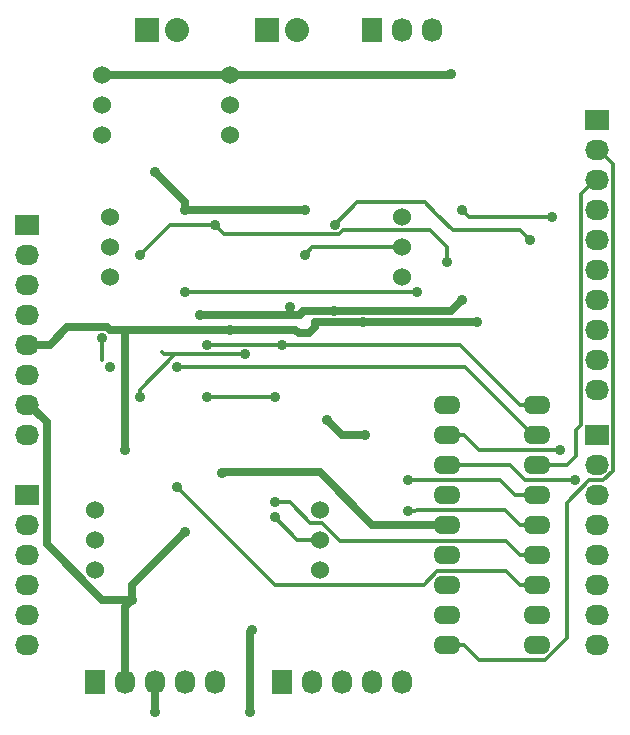
<source format=gbl>
G04 #@! TF.FileFunction,Copper,L2,Bot,Signal*
%FSLAX45Y45*%
G04 Gerber Fmt 4.5, Leading zero omitted, Abs format (unit mm)*
G04 Created by KiCad (PCBNEW (2015-09-03 BZR 6154)-product) date Saturday, September 05, 2015 'PMt' 10:25:32 PM*
%MOMM*%
G01*
G04 APERTURE LIST*
%ADD10C,0.100000*%
%ADD11R,2.032000X1.727200*%
%ADD12O,2.032000X1.727200*%
%ADD13R,1.727200X2.032000*%
%ADD14O,1.727200X2.032000*%
%ADD15C,1.524000*%
%ADD16R,2.032000X2.032000*%
%ADD17O,2.032000X2.032000*%
%ADD18O,2.300000X1.600000*%
%ADD19C,0.889000*%
%ADD20C,0.304800*%
%ADD21C,0.635000*%
G04 APERTURE END LIST*
D10*
D11*
X18796000Y-12319000D03*
D12*
X18796000Y-12573000D03*
X18796000Y-12827000D03*
X18796000Y-13081000D03*
X18796000Y-13335000D03*
X18796000Y-13589000D03*
D11*
X23622000Y-9144000D03*
D12*
X23622000Y-9398000D03*
X23622000Y-9652000D03*
X23622000Y-9906000D03*
X23622000Y-10160000D03*
X23622000Y-10414000D03*
X23622000Y-10668000D03*
X23622000Y-10922000D03*
X23622000Y-11176000D03*
X23622000Y-11430000D03*
D11*
X23622000Y-11811000D03*
D12*
X23622000Y-12065000D03*
X23622000Y-12319000D03*
X23622000Y-12573000D03*
X23622000Y-12827000D03*
X23622000Y-13081000D03*
X23622000Y-13335000D03*
X23622000Y-13589000D03*
D13*
X19367500Y-13906500D03*
D14*
X19621500Y-13906500D03*
X19875500Y-13906500D03*
X20129500Y-13906500D03*
X20383500Y-13906500D03*
D13*
X20955000Y-13906500D03*
D14*
X21209000Y-13906500D03*
X21463000Y-13906500D03*
X21717000Y-13906500D03*
X21971000Y-13906500D03*
D13*
X21717000Y-8382000D03*
D14*
X21971000Y-8382000D03*
X22225000Y-8382000D03*
D11*
X18796000Y-10033000D03*
D12*
X18796000Y-10287000D03*
X18796000Y-10541000D03*
X18796000Y-10795000D03*
X18796000Y-11049000D03*
X18796000Y-11303000D03*
X18796000Y-11557000D03*
X18796000Y-11811000D03*
D15*
X19431000Y-9017000D03*
X19431000Y-9271000D03*
X19431000Y-8763000D03*
X20510500Y-9017000D03*
X20510500Y-9271000D03*
X20510500Y-8763000D03*
X19367500Y-12700000D03*
X19367500Y-12446000D03*
X19367500Y-12954000D03*
X21272500Y-12700000D03*
X21272500Y-12446000D03*
X21272500Y-12954000D03*
X19494500Y-10223500D03*
X19494500Y-9969500D03*
X19494500Y-10477500D03*
X21971000Y-10223500D03*
X21971000Y-9969500D03*
X21971000Y-10477500D03*
D16*
X19812000Y-8382000D03*
D17*
X20066000Y-8382000D03*
D16*
X20828000Y-8382000D03*
D17*
X21082000Y-8382000D03*
D18*
X22352000Y-11557000D03*
X22352000Y-11811000D03*
X22352000Y-12065000D03*
X22352000Y-12319000D03*
X22352000Y-12573000D03*
X22352000Y-12827000D03*
X22352000Y-13081000D03*
X22352000Y-13335000D03*
X22352000Y-13589000D03*
X23114000Y-13589000D03*
X23114000Y-13335000D03*
X23114000Y-13081000D03*
X23114000Y-12827000D03*
X23114000Y-12573000D03*
X23114000Y-12319000D03*
X23114000Y-12065000D03*
X23114000Y-11811000D03*
X23114000Y-11557000D03*
D19*
X22018308Y-12192000D03*
X23431500Y-12192000D03*
X23304500Y-11938000D03*
X21018500Y-10731500D03*
X21393115Y-10762298D03*
X20447000Y-12134500D03*
X22479000Y-9907890D03*
X23241000Y-9969500D03*
X22479000Y-10668000D03*
X20256500Y-10795000D03*
X20129500Y-12636500D03*
X19685000Y-13208000D03*
X22018308Y-12459505D03*
X20701000Y-13462000D03*
X20683290Y-14160500D03*
X21642535Y-10858500D03*
X21336000Y-11684000D03*
X21653500Y-11811000D03*
X19621500Y-11938000D03*
X19875500Y-9588500D03*
X20510500Y-10922000D03*
X22606000Y-10858500D03*
X22382798Y-8756615D03*
X20129500Y-9908450D03*
X21145500Y-9906000D03*
X19875500Y-14160500D03*
X22098000Y-10604500D03*
X20129500Y-10604500D03*
X20637500Y-11128692D03*
X19748500Y-11493500D03*
X19428803Y-10996070D03*
X19494500Y-11239500D03*
X20891500Y-11493500D03*
X20320000Y-11493500D03*
X20069099Y-12255500D03*
X20891500Y-12382500D03*
X22352000Y-10350501D03*
X19748500Y-10287000D03*
X20383500Y-10033000D03*
X21399500Y-10032997D03*
X23050500Y-10160000D03*
X20066000Y-11239500D03*
X20320000Y-11049000D03*
X20955000Y-11049000D03*
X20891500Y-12509500D03*
X21145500Y-10287000D03*
D20*
X23114000Y-12319000D02*
X22924230Y-12319000D01*
X22924230Y-12319000D02*
X22797230Y-12192000D01*
X22797230Y-12192000D02*
X22081170Y-12192000D01*
X22081170Y-12192000D02*
X22018308Y-12192000D01*
X23368638Y-12192000D02*
X23431500Y-12192000D01*
X22352000Y-12065000D02*
X22883172Y-12065000D01*
X23010172Y-12192000D02*
X23368638Y-12192000D01*
X22883172Y-12065000D02*
X23010172Y-12192000D01*
X23368000Y-13532975D02*
X23368000Y-12385790D01*
X23368000Y-12385790D02*
X23556391Y-12197399D01*
X23556391Y-12197399D02*
X23676811Y-12197399D01*
X23676811Y-12197399D02*
X23758841Y-12115369D01*
X23758841Y-12115369D02*
X23758841Y-9519601D01*
X23758841Y-9519601D02*
X23637240Y-9398000D01*
X23637240Y-9398000D02*
X23622000Y-9398000D01*
X22624480Y-13716000D02*
X23184975Y-13716000D01*
X23184975Y-13716000D02*
X23368000Y-13532975D01*
X22352000Y-13589000D02*
X22497480Y-13589000D01*
X22497480Y-13589000D02*
X22624480Y-13716000D01*
X23441177Y-11772823D02*
X23485159Y-11728841D01*
X23368000Y-12065000D02*
X23441177Y-11991823D01*
X23441177Y-11991823D02*
X23441177Y-11772823D01*
X23114000Y-12065000D02*
X23368000Y-12065000D01*
X23485159Y-9773601D02*
X23606760Y-9652000D01*
X23485159Y-11728841D02*
X23485159Y-9773601D01*
X23606760Y-9652000D02*
X23622000Y-9652000D01*
X22352000Y-11811000D02*
X22497480Y-11811000D01*
X22497480Y-11811000D02*
X22624480Y-11938000D01*
X22624480Y-11938000D02*
X23304500Y-11938000D01*
D21*
X21455976Y-10762298D02*
X21393115Y-10762298D01*
X22384702Y-10762298D02*
X21455976Y-10762298D01*
X22479000Y-10668000D02*
X22384702Y-10762298D01*
X20256500Y-10795000D02*
X21017507Y-10795000D01*
D20*
X21018500Y-10731500D02*
X21018500Y-10794362D01*
X21018500Y-10794362D02*
X21017862Y-10795000D01*
X21017862Y-10795000D02*
X21017507Y-10795000D01*
D21*
X21017507Y-10795000D02*
X21104078Y-10795000D01*
X21104078Y-10795000D02*
X21136780Y-10762298D01*
X21136780Y-10762298D02*
X21330253Y-10762298D01*
X21330253Y-10762298D02*
X21393115Y-10762298D01*
X21272500Y-12128500D02*
X20453000Y-12128500D01*
X20453000Y-12128500D02*
X20447000Y-12134500D01*
X21717000Y-12573000D02*
X21272500Y-12128500D01*
X22352000Y-12573000D02*
X21717000Y-12573000D01*
D20*
X23241000Y-9969500D02*
X22540610Y-9969500D01*
X22540610Y-9969500D02*
X22479000Y-9907890D01*
D21*
X19685000Y-13208000D02*
X19685000Y-13081000D01*
X19685000Y-13081000D02*
X20129500Y-12636500D01*
X19685000Y-13208000D02*
X19432134Y-13208000D01*
X19432134Y-13208000D02*
X18961100Y-12736966D01*
X18961100Y-12736966D02*
X18961100Y-11706860D01*
X18961100Y-11706860D02*
X18811240Y-11557000D01*
X18811240Y-11557000D02*
X18796000Y-11557000D01*
X19621500Y-13906500D02*
X19621500Y-13271500D01*
X19621500Y-13271500D02*
X19685000Y-13208000D01*
D20*
X22094675Y-12446000D02*
X22081170Y-12459505D01*
X22841520Y-12446000D02*
X22094675Y-12446000D01*
X23114000Y-12573000D02*
X22968520Y-12573000D01*
X22968520Y-12573000D02*
X22841520Y-12446000D01*
X22081170Y-12459505D02*
X22018308Y-12459505D01*
D21*
X20683290Y-14160500D02*
X20683290Y-13479710D01*
X20683290Y-13479710D02*
X20701000Y-13462000D01*
X22606000Y-10858500D02*
X21642535Y-10858500D01*
X21642535Y-10858500D02*
X21237175Y-10858500D01*
X21463000Y-11811000D02*
X21336000Y-11684000D01*
X21653500Y-11811000D02*
X21463000Y-11811000D01*
X20510500Y-10922000D02*
X19617110Y-10922000D01*
X19617110Y-10922000D02*
X19499308Y-10922000D01*
X19621500Y-11938000D02*
X19621500Y-10926390D01*
X19621500Y-10926390D02*
X19617110Y-10922000D01*
X19477176Y-10899868D02*
X19135632Y-10899868D01*
X19135632Y-10899868D02*
X18986500Y-11049000D01*
X19499308Y-10922000D02*
X19477176Y-10899868D01*
X18986500Y-11049000D02*
X18796000Y-11049000D01*
X20129500Y-9908450D02*
X20129500Y-9842500D01*
X20129500Y-9842500D02*
X19875500Y-9588500D01*
X21094799Y-10950175D02*
X21066624Y-10922000D01*
X21066624Y-10922000D02*
X20510500Y-10922000D01*
X21237175Y-10858500D02*
X21237175Y-10900151D01*
X21237175Y-10900151D02*
X21187151Y-10950175D01*
X21187151Y-10950175D02*
X21094799Y-10950175D01*
X22376413Y-8763000D02*
X22382798Y-8756615D01*
X20510500Y-8763000D02*
X22376413Y-8763000D01*
X20510500Y-8763000D02*
X19431000Y-8763000D01*
X21145500Y-9906000D02*
X20131950Y-9906000D01*
X20131950Y-9906000D02*
X20129500Y-9908450D01*
X19875500Y-14160500D02*
X19875500Y-13906500D01*
D20*
X20129500Y-10604500D02*
X22098000Y-10604500D01*
X20605118Y-11128690D02*
X20621308Y-11112500D01*
X20050448Y-11128690D02*
X20605118Y-11128690D01*
X19748500Y-11493500D02*
X19748500Y-11430638D01*
X19939000Y-11112500D02*
X19955190Y-11128690D01*
X19748500Y-11430638D02*
X20050448Y-11128690D01*
X19955190Y-11128690D02*
X20605118Y-11128690D01*
X20621308Y-11112500D02*
X20637500Y-11128692D01*
X19428803Y-11058932D02*
X19428803Y-10996070D01*
X19428803Y-11173803D02*
X19428803Y-11058932D01*
X19431000Y-11176000D02*
X19428803Y-11173803D01*
X20320000Y-11493500D02*
X20891500Y-11493500D01*
X23114000Y-13081000D02*
X22968520Y-13081000D01*
X22968520Y-13081000D02*
X22853279Y-12965759D01*
X22853279Y-12965759D02*
X22269266Y-12965759D01*
X22269266Y-12965759D02*
X22154025Y-13081000D01*
X22154025Y-13081000D02*
X20894599Y-13081000D01*
X20894599Y-13081000D02*
X20069099Y-12255500D01*
X21044125Y-12408125D02*
X21018500Y-12382500D01*
X21193440Y-12557440D02*
X21044125Y-12408125D01*
X21018500Y-12382500D02*
X20891500Y-12382500D01*
X20954362Y-12382500D02*
X20891500Y-12382500D01*
X20980400Y-12382500D02*
X20954362Y-12382500D01*
X21449190Y-12711759D02*
X21294872Y-12557440D01*
X22853279Y-12711759D02*
X21449190Y-12711759D01*
X22968520Y-12827000D02*
X22853279Y-12711759D01*
X23114000Y-12827000D02*
X22968520Y-12827000D01*
X21294872Y-12557440D02*
X21193440Y-12557440D01*
X20383500Y-10033000D02*
X20463193Y-10112693D01*
X20463193Y-10112693D02*
X21437751Y-10112693D01*
X21437751Y-10112693D02*
X21470134Y-10080310D01*
X21470134Y-10080310D02*
X21501251Y-10080310D01*
X21501882Y-10080940D02*
X22209440Y-10080940D01*
X21501251Y-10080310D02*
X21501882Y-10080940D01*
X22209440Y-10080940D02*
X22352000Y-10223500D01*
X22352000Y-10223500D02*
X22352000Y-10350501D01*
X20383500Y-10033000D02*
X20002500Y-10033000D01*
X20002500Y-10033000D02*
X19748500Y-10287000D01*
X22971440Y-10080940D02*
X22400072Y-10080940D01*
X22251148Y-9932016D02*
X22400072Y-10080940D01*
X22251016Y-9932016D02*
X22251148Y-9932016D01*
X22161500Y-9842500D02*
X21589997Y-9842500D01*
X21589997Y-9842500D02*
X21399500Y-10032997D01*
X22251016Y-9932016D02*
X22161500Y-9842500D01*
X23050500Y-10160000D02*
X22971440Y-10080940D01*
X23114000Y-11811000D02*
X23079000Y-11811000D01*
X23079000Y-11811000D02*
X22507500Y-11239500D01*
X22507500Y-11239500D02*
X20066000Y-11239500D01*
X20955000Y-11049000D02*
X20320000Y-11049000D01*
X21021353Y-11052491D02*
X21017862Y-11049000D01*
X23114000Y-11557000D02*
X22968520Y-11557000D01*
X22968520Y-11557000D02*
X22464011Y-11052491D01*
X21017862Y-11049000D02*
X20955000Y-11049000D01*
X22464011Y-11052491D02*
X21021353Y-11052491D01*
X21272500Y-12700000D02*
X21082000Y-12700000D01*
X21082000Y-12700000D02*
X20891500Y-12509500D01*
X21971000Y-10223500D02*
X21209000Y-10223500D01*
X21209000Y-10223500D02*
X21145500Y-10287000D01*
M02*

</source>
